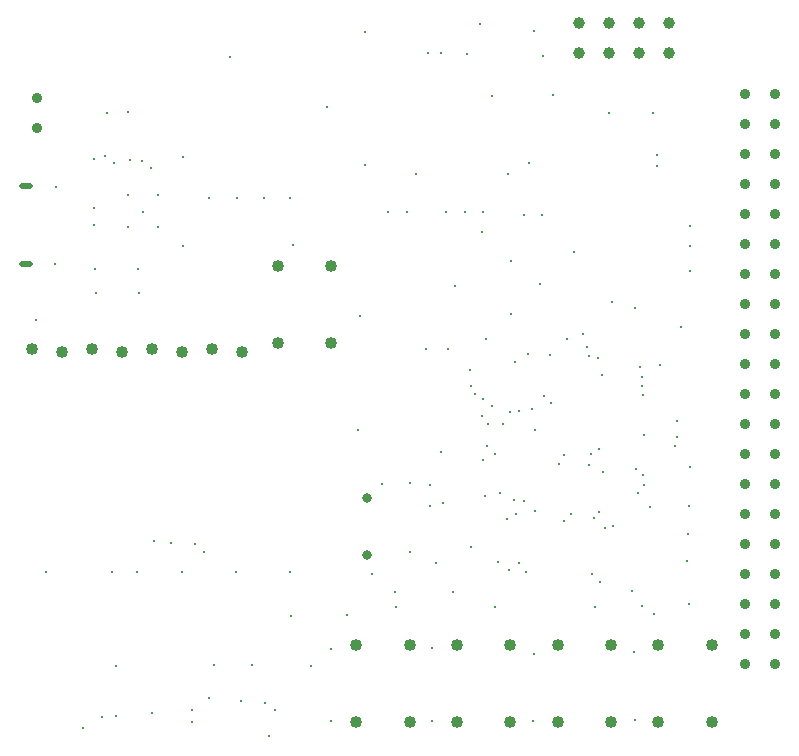
<source format=gbr>
%TF.GenerationSoftware,Novarm,DipTrace,3.2.0.1*%
%TF.CreationDate,2018-02-15T15:07:35-08:00*%
%FSLAX26Y26*%
%MOIN*%
%TF.FileFunction,Plated,1,4,PTH,Drill*%
%TF.Part,Single*%
%TA.AperFunction,ViaDrill*%
%ADD21C,0.011811*%
%TA.AperFunction,ComponentDrill*%
%ADD68C,0.035433*%
%ADD69C,0.019685*%
%ADD70C,0.04*%
%ADD71C,0.03937*%
%ADD72C,0.032*%
G75*
G01*
D68*
X484631Y2472185D3*
Y2572185D3*
X463093Y2280188D2*
D69*
X435534D1*
X463093Y2020345D2*
X435534D1*
D70*
X469016Y1737765D3*
X569016Y1727765D3*
X669016Y1737765D3*
X769016Y1727765D3*
X869016Y1737765D3*
X969016Y1727765D3*
X1069016Y1737765D3*
X1169016Y1727765D3*
D68*
X2844016Y687765D3*
Y787765D3*
Y887765D3*
Y987765D3*
Y1087765D3*
Y1187765D3*
Y1287765D3*
Y1387765D3*
Y1487765D3*
Y1587765D3*
Y1687765D3*
Y1787765D3*
Y1887765D3*
Y1987765D3*
Y2087765D3*
Y2187765D3*
Y2287765D3*
Y2387765D3*
Y2487765D3*
Y2587765D3*
X2944016Y687765D3*
Y787765D3*
Y887765D3*
Y987765D3*
Y1087765D3*
Y1187765D3*
Y1287765D3*
Y1387765D3*
Y1487765D3*
Y1587765D3*
Y1687765D3*
Y1787765D3*
Y1887765D3*
Y1987765D3*
Y2087765D3*
Y2187765D3*
Y2287765D3*
Y2387765D3*
Y2487765D3*
Y2587765D3*
D70*
X1287765Y1756516D3*
Y2012516D3*
X1465765Y1756516D3*
Y2012516D3*
X1550265Y494016D3*
Y750016D3*
X1728265Y494016D3*
Y750016D3*
X1885683Y494016D3*
Y750016D3*
X2063683Y494016D3*
Y750016D3*
X2221099Y494016D3*
Y750016D3*
X2399099Y494016D3*
Y750016D3*
X2556516Y494016D3*
Y750016D3*
X2734516Y494016D3*
Y750016D3*
D71*
X2590891Y2722137D3*
Y2822137D3*
X2490891Y2722137D3*
Y2822137D3*
X2390891Y2722137D3*
Y2822137D3*
X2290891Y2722137D3*
Y2822137D3*
D72*
X1584641Y1050269D3*
Y1240269D3*
D21*
X1278298Y531764D3*
X1400160Y678624D3*
X971173Y2376227D3*
X972080Y2078477D3*
X713271Y2378983D3*
X675236Y2150267D3*
Y2206588D3*
X740855Y2356572D3*
X1562767Y1847251D3*
X548817Y2276251D3*
X837719Y2194089D3*
X1153311Y2240960D3*
X1240802D3*
X1328293D3*
X787865Y2525264D3*
X681486Y1922243D3*
X481507Y1834752D3*
X825221Y1922243D3*
X1983511Y1769147D3*
X2253196Y1769134D3*
X2065891Y1853391D3*
X1877481Y1948051D3*
X1578496Y2350361D3*
X1747788Y2318865D3*
X2054087D3*
X2125347Y2357448D3*
X2141095Y2796424D3*
X2206326Y2584673D3*
X1578496Y2794256D3*
X1961961Y2821214D3*
X1129057Y2709639D3*
X2478172Y500517D3*
X1465089Y494957D3*
X1802625Y495852D3*
X2140160D3*
X515878Y994215D3*
X1257906Y445752D3*
X1202936Y681516D3*
X1075194D3*
X819607Y994016D3*
X968756D3*
X1150187D3*
X1328095D3*
X736929D3*
X1797139Y1214587D3*
X1728390Y1059973D3*
X1331614Y847159D3*
X2562538Y1681643D3*
X2023609Y1027101D3*
X2529693Y1210943D3*
X869238Y524675D3*
X639767Y473494D3*
X750011Y680841D3*
X1002629Y493155D3*
X787998Y2250496D3*
X1059571Y2240960D3*
X887767Y2250265D3*
X1153311Y2240960D3*
X887625Y2144156D3*
X545692Y2020345D3*
X787998Y2144095D3*
X1831365Y1394173D3*
X1728390Y1291198D3*
X1928391Y1665891D3*
X2656516Y1119019D3*
X2509641Y1284641D3*
X2356722Y1706391D3*
X2162580Y1953391D3*
X2662765Y2078391D3*
X2003222Y2578424D3*
X2651572Y1028587D3*
X2487546Y1256735D3*
X1040823Y1059834D3*
X2368809Y1650397D3*
X2662767Y1997302D3*
X2275068Y2059729D3*
X1831365Y2722159D3*
X2477897Y1871646D3*
X2503170Y878603D3*
X2543790Y853605D3*
X2325063Y1350631D3*
X2496920Y1675394D3*
X2631281Y1809755D3*
X1984474Y1412922D3*
X2012596Y1384799D3*
X2075089Y1231691D3*
X875215Y1097330D3*
X2053217Y1169197D3*
X931460Y1091080D3*
X2093838Y1022338D3*
X2081338Y1184822D3*
X2109461Y1228566D3*
X2146957Y1197319D3*
X2115710Y994215D3*
X2243822Y1381675D3*
X2121960Y1719139D3*
X1968851Y2125347D3*
X2240697Y1162948D3*
X2265694Y1187945D3*
X2028219Y1256688D3*
X1978225Y1247314D3*
X2503391Y1644016D3*
X2503170Y1612901D3*
X2506294Y1581654D3*
X2619016Y1497141D3*
X2509419Y1450418D3*
X2619016Y1444016D3*
X2612765Y1412765D3*
X2359435Y1403547D3*
X1634511Y1287935D3*
X1556394Y1466041D3*
X2468798Y928597D3*
X1518898Y850481D3*
X865841Y2340949D3*
X793974Y2365946D3*
X1781670Y1736273D3*
X2371933Y1325431D3*
X2481516Y1337765D3*
X2662528Y1344179D3*
X2537541Y2522180D3*
X2197141Y1715891D3*
X2553164Y2384694D3*
X2506516Y1315891D3*
X2659465Y1212943D3*
X1012520Y1087775D3*
X2662764Y2147139D3*
X2403391Y1894016D3*
X2325142Y1712642D3*
X1918856Y2719034D3*
X2362559Y959844D3*
X703391Y509641D3*
X1603264Y984841D3*
X1678256Y925473D3*
X1871986D3*
X1247051Y556761D3*
X1002629Y532919D3*
X1970831Y2194016D3*
X1850267D3*
X1912859D3*
X2171954Y2711777D3*
X2334437Y984841D3*
X750265Y512765D3*
X1815742Y1022849D3*
X1165810Y564488D3*
X1057747Y572683D3*
X2003222Y1547282D3*
X1465778Y737992D3*
X2062591Y1525410D3*
X1803243Y741117D3*
X2134458Y1537908D3*
X2143832Y719244D3*
X2175079Y1578529D3*
X2340687Y1172322D3*
X2378183Y1141075D3*
X2475267Y725516D3*
X1987599Y1484789D3*
X1947141Y1587767D3*
X1931516Y1612765D3*
X1972141Y1569016D3*
X1969016Y1512765D3*
X834595Y2362822D3*
X1856372Y1737897D3*
X2331313Y1387924D3*
X2390891Y2522141D3*
X2553164Y2347198D3*
X2306717Y1787966D3*
X1837614Y1222317D3*
X1453391Y2544016D3*
X676328Y2369071D3*
X822096Y2003485D3*
X678361D3*
X718982Y2522180D3*
X2107996Y2184715D3*
X2168826D3*
X2065891Y2028113D3*
X2318814Y1744137D3*
X2059466Y1000465D3*
X2037593Y1484789D3*
X1681381Y875478D3*
X2093838Y1528213D3*
X2012767Y875267D3*
X2344016Y875264D3*
X1931355Y1075104D3*
X2146957Y1466041D3*
X2659643Y887764D3*
X2406305Y1147324D3*
X2359435Y1194194D3*
X2200076Y1556656D3*
X1797139Y1281516D3*
X1971839Y1365915D3*
X1337667Y2084726D3*
X1719007Y2192194D3*
X1656516Y2194016D3*
X1787620Y2722159D3*
X2225074Y1353553D3*
X2078265Y1694142D3*
M02*

</source>
